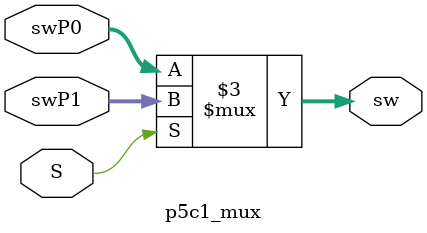
<source format=v>
module p5c1_mux (
    input S,
    input [3:0] swP0,
    input [7:4] swP1,
    output reg [3:0] sw
    );
    
    always @ (S,swP0,swP1)
    begin
        case (S)
            1'd1:
                sw = swP1;
            default: 
                sw = swP0;
        endcase
   end
endmodule
</source>
